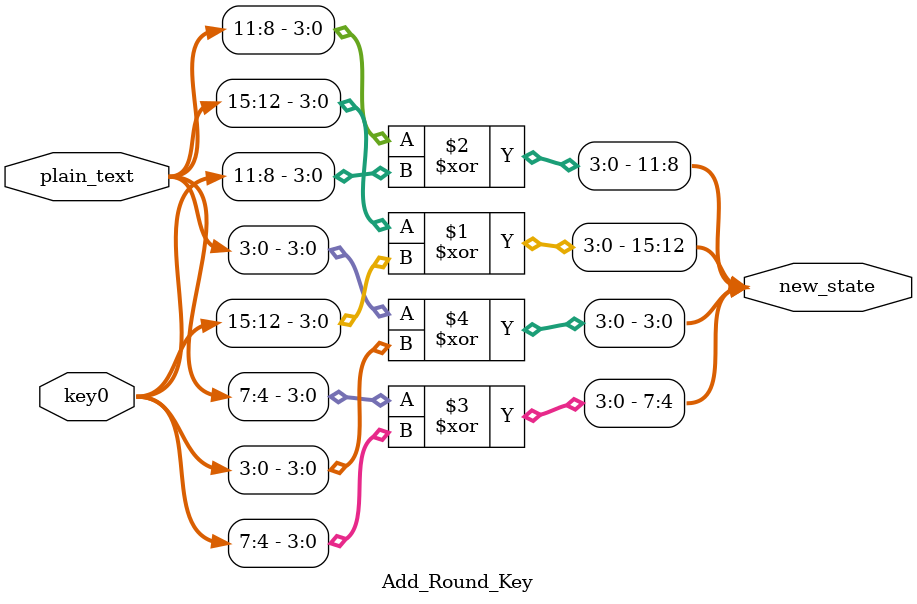
<source format=sv>
/*######################################################################*\
## Module Name: Add_Round_Key    
## Author : Omnia Mohamed
## Date:  March 2024
## Description : this module consists of the bitwise xor of the 16-bit round key and the 16-bit state matrix.
## 
\*######################################################################*/
module  Add_Round_Key(input logic [15:0] plain_text,input logic[15:0] key0,output logic [15:0] new_state);
    assign new_state[15:12]= plain_text[15:12] ^ key0[15:12];
    assign new_state[11:8]= plain_text[11:8] ^ key0[11:8];
    assign new_state[7:4]= plain_text[7:4] ^ key0[7:4];
    assign new_state[3:0]= plain_text[3:0] ^ key0[3:0];
endmodule:Add_Round_Key
</source>
